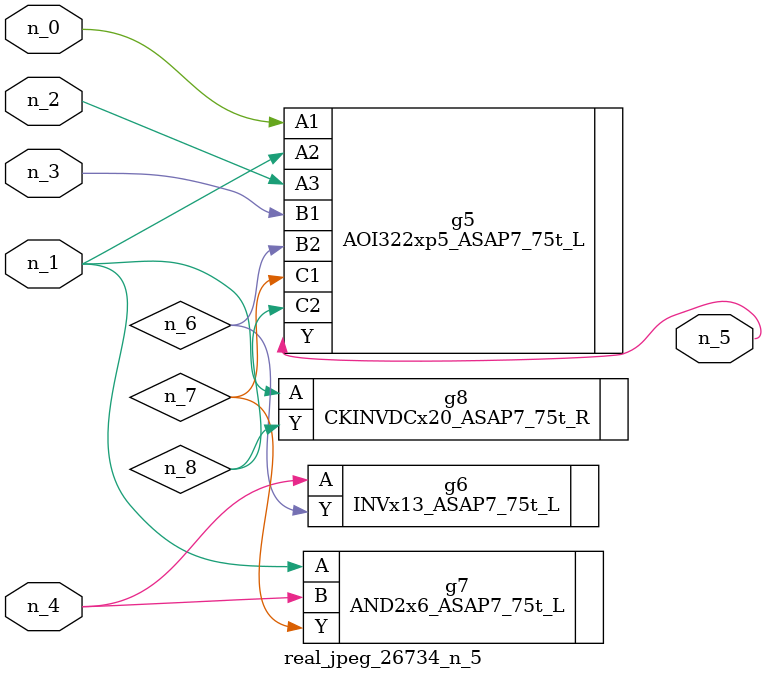
<source format=v>
module real_jpeg_26734_n_5 (n_4, n_0, n_1, n_2, n_3, n_5);

input n_4;
input n_0;
input n_1;
input n_2;
input n_3;

output n_5;

wire n_8;
wire n_6;
wire n_7;

AOI322xp5_ASAP7_75t_L g5 ( 
.A1(n_0),
.A2(n_1),
.A3(n_2),
.B1(n_3),
.B2(n_6),
.C1(n_7),
.C2(n_8),
.Y(n_5)
);

AND2x6_ASAP7_75t_L g7 ( 
.A(n_1),
.B(n_4),
.Y(n_7)
);

CKINVDCx20_ASAP7_75t_R g8 ( 
.A(n_1),
.Y(n_8)
);

INVx13_ASAP7_75t_L g6 ( 
.A(n_4),
.Y(n_6)
);


endmodule
</source>
